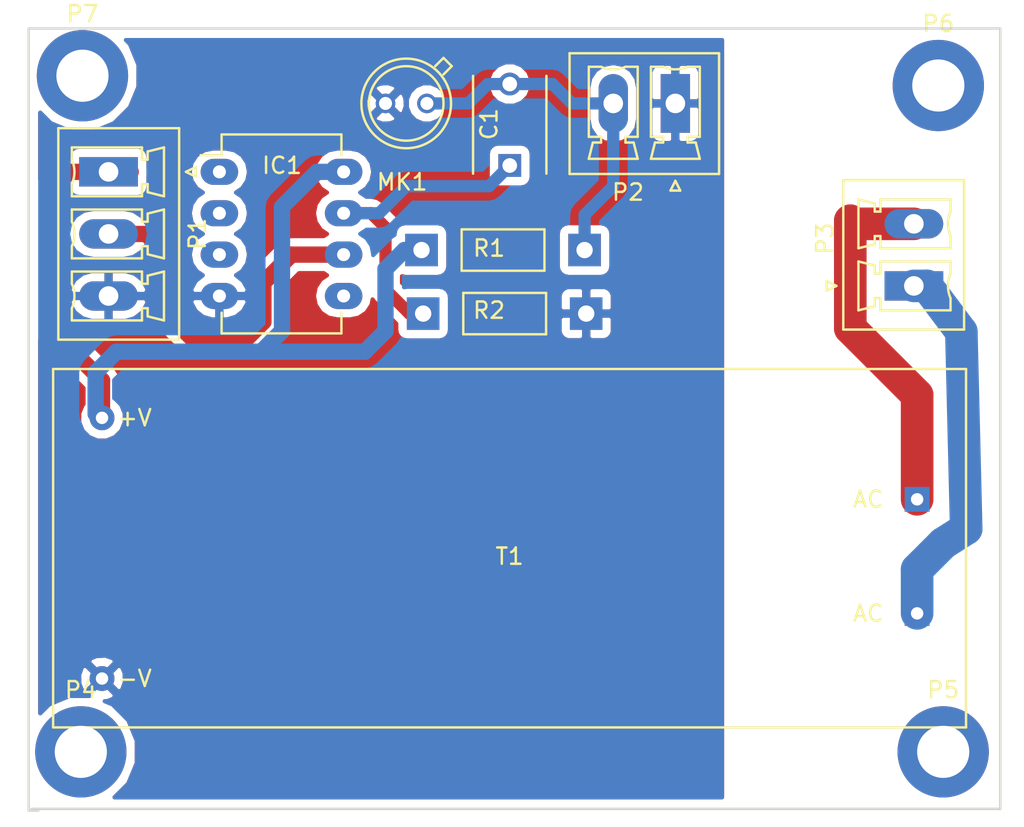
<source format=kicad_pcb>
(kicad_pcb (version 4) (host pcbnew 4.0.5+dfsg1-4)

  (general
    (links 16)
    (no_connects 0)
    (area 112.166667 95.125 175.133334 146.275)
    (thickness 1.6)
    (drawings 5)
    (tracks 60)
    (zones 0)
    (modules 13)
    (nets 16)
  )

  (page A4)
  (layers
    (0 F.Cu signal)
    (31 B.Cu signal)
    (32 B.Adhes user)
    (33 F.Adhes user)
    (34 B.Paste user)
    (35 F.Paste user)
    (36 B.SilkS user)
    (37 F.SilkS user)
    (38 B.Mask user)
    (39 F.Mask user)
    (40 Dwgs.User user)
    (41 Cmts.User user)
    (42 Eco1.User user)
    (43 Eco2.User user)
    (44 Edge.Cuts user)
    (45 Margin user)
    (46 B.CrtYd user)
    (47 F.CrtYd user)
    (48 B.Fab user)
    (49 F.Fab user)
  )

  (setup
    (last_trace_width 1)
    (user_trace_width 0.25)
    (user_trace_width 0.5)
    (user_trace_width 0.75)
    (user_trace_width 1)
    (user_trace_width 1.5)
    (user_trace_width 2)
    (trace_clearance 0.2)
    (zone_clearance 0.508)
    (zone_45_only yes)
    (trace_min 0.2)
    (segment_width 0.2)
    (edge_width 0.15)
    (via_size 0.6)
    (via_drill 0.4)
    (via_min_size 0.4)
    (via_min_drill 0.3)
    (uvia_size 0.3)
    (uvia_drill 0.1)
    (uvias_allowed no)
    (uvia_min_size 0.2)
    (uvia_min_drill 0.1)
    (pcb_text_width 0.3)
    (pcb_text_size 1.5 1.5)
    (mod_edge_width 0.15)
    (mod_text_size 1 1)
    (mod_text_width 0.15)
    (pad_size 1.524 1.524)
    (pad_drill 0.762)
    (pad_to_mask_clearance 0.2)
    (aux_axis_origin 0 0)
    (visible_elements FFFFFF7F)
    (pcbplotparams
      (layerselection 0x00030_80000001)
      (usegerberextensions false)
      (excludeedgelayer true)
      (linewidth 0.100000)
      (plotframeref false)
      (viasonmask false)
      (mode 1)
      (useauxorigin false)
      (hpglpennumber 1)
      (hpglpenspeed 20)
      (hpglpendiameter 15)
      (hpglpenoverlay 2)
      (psnegative false)
      (psa4output false)
      (plotreference true)
      (plotvalue true)
      (plotinvisibletext false)
      (padsonsilk false)
      (subtractmaskfromsilk false)
      (outputformat 1)
      (mirror false)
      (drillshape 1)
      (scaleselection 1)
      (outputdirectory ""))
  )

  (net 0 "")
  (net 1 "Net-(C1-Pad1)")
  (net 2 "Net-(C1-Pad2)")
  (net 3 "Net-(IC1-Pad1)")
  (net 4 "Net-(IC1-Pad2)")
  (net 5 "Net-(IC1-Pad3)")
  (net 6 GND)
  (net 7 "Net-(IC1-Pad5)")
  (net 8 "Net-(IC1-Pad6)")
  (net 9 +5V)
  (net 10 "Net-(P3-Pad1)")
  (net 11 "Net-(P3-Pad2)")
  (net 12 "Net-(P4-Pad1)")
  (net 13 "Net-(P5-Pad1)")
  (net 14 "Net-(P6-Pad1)")
  (net 15 "Net-(P7-Pad1)")

  (net_class Default "This is the default net class."
    (clearance 0.2)
    (trace_width 0.25)
    (via_dia 0.6)
    (via_drill 0.4)
    (uvia_dia 0.3)
    (uvia_drill 0.1)
    (add_net +5V)
    (add_net GND)
    (add_net "Net-(C1-Pad1)")
    (add_net "Net-(C1-Pad2)")
    (add_net "Net-(IC1-Pad1)")
    (add_net "Net-(IC1-Pad2)")
    (add_net "Net-(IC1-Pad3)")
    (add_net "Net-(IC1-Pad5)")
    (add_net "Net-(IC1-Pad6)")
    (add_net "Net-(P3-Pad1)")
    (add_net "Net-(P3-Pad2)")
    (add_net "Net-(P4-Pad1)")
    (add_net "Net-(P5-Pad1)")
    (add_net "Net-(P6-Pad1)")
    (add_net "Net-(P7-Pad1)")
  )

  (module Resistors_Universal:Resistor_SMD+THTuniversal_0805to1206_RM10_HandSoldering (layer F.Cu) (tedit 596C09E2) (tstamp 59654EA9)
    (at 143.2 114.5)
    (descr "Resistor, SMD and THT, universal, 0805 to 1206,RM10,  Hand soldering,")
    (tags "Resistor, SMD and THT, universal, 0805 to 1206, RM10, Hand soldering,")
    (path /5913DAD2)
    (fp_text reference R2 (at -0.96 -0.2) (layer F.SilkS)
      (effects (font (size 1 1) (thickness 0.15)))
    )
    (fp_text value 10k (at 1.58 -0.2) (layer F.Fab)
      (effects (font (size 1 1) (thickness 0.15)))
    )
    (fp_line (start -2.54 1.27) (end -2.54 -1.27) (layer F.SilkS) (width 0.15))
    (fp_line (start -2.54 -1.27) (end 2.54 -1.27) (layer F.SilkS) (width 0.15))
    (fp_line (start 2.54 -1.27) (end 2.54 1.27) (layer F.SilkS) (width 0.15))
    (fp_line (start 2.54 1.27) (end -2.54 1.27) (layer F.SilkS) (width 0.15))
    (pad 1 thru_hole rect (at -5.00126 0 180) (size 1.99898 1.99898) (drill 1.00076) (layers *.Cu *.Mask)
      (net 1 "Net-(C1-Pad1)"))
    (pad 2 thru_hole rect (at 5.00126 0 180) (size 1.99898 1.99898) (drill 1.00076) (layers *.Cu *.Mask)
      (net 6 GND))
  )

  (module Resistors_Universal:Resistor_SMD+THTuniversal_0805to1206_RM10_HandSoldering (layer F.Cu) (tedit 596C09D9) (tstamp 59654E9D)
    (at 143.1 110.6)
    (descr "Resistor, SMD and THT, universal, 0805 to 1206,RM10,  Hand soldering,")
    (tags "Resistor, SMD and THT, universal, 0805 to 1206, RM10, Hand soldering,")
    (path /5913D957)
    (fp_text reference R1 (at -0.86 -0.11) (layer F.SilkS)
      (effects (font (size 1 1) (thickness 0.15)))
    )
    (fp_text value 10k (at 1.68 -0.11) (layer F.Fab)
      (effects (font (size 1 1) (thickness 0.15)))
    )
    (fp_line (start -2.54 -1.27) (end -2.54 1.27) (layer F.SilkS) (width 0.15))
    (fp_line (start -2.54 1.27) (end 2.54 1.27) (layer F.SilkS) (width 0.15))
    (fp_line (start 2.54 1.27) (end 2.54 -1.27) (layer F.SilkS) (width 0.15))
    (fp_line (start 2.54 -1.27) (end -2.54 -1.27) (layer F.SilkS) (width 0.15))
    (pad 1 thru_hole rect (at -5.00126 0 180) (size 1.99898 1.99898) (drill 1.00076) (layers *.Cu *.Mask)
      (net 9 +5V))
    (pad 2 thru_hole rect (at 5.00126 0 180) (size 1.99898 1.99898) (drill 1.00076) (layers *.Cu *.Mask)
      (net 2 "Net-(C1-Pad2)"))
  )

  (module Capacitors_ThroughHole:C_Disc_D6_P5 (layer F.Cu) (tedit 596C09FD) (tstamp 59654E0C)
    (at 143.51 105.41 90)
    (descr "Capacitor 6mm Disc, Pitch 5mm")
    (tags Capacitor)
    (path /5913D9FE)
    (fp_text reference C1 (at 2.54 -1.27 90) (layer F.SilkS)
      (effects (font (size 1 1) (thickness 0.15)))
    )
    (fp_text value 0.1uF (at 2.54 1.27 90) (layer F.Fab)
      (effects (font (size 1 1) (thickness 0.15)))
    )
    (fp_line (start -0.95 -2.5) (end 5.95 -2.5) (layer F.CrtYd) (width 0.05))
    (fp_line (start 5.95 -2.5) (end 5.95 2.5) (layer F.CrtYd) (width 0.05))
    (fp_line (start 5.95 2.5) (end -0.95 2.5) (layer F.CrtYd) (width 0.05))
    (fp_line (start -0.95 2.5) (end -0.95 -2.5) (layer F.CrtYd) (width 0.05))
    (fp_line (start -0.5 -2.25) (end 5.5 -2.25) (layer F.SilkS) (width 0.15))
    (fp_line (start 5.5 2.25) (end -0.5 2.25) (layer F.SilkS) (width 0.15))
    (pad 1 thru_hole rect (at 0 0 90) (size 1.4 1.4) (drill 0.9) (layers *.Cu *.Mask)
      (net 1 "Net-(C1-Pad1)"))
    (pad 2 thru_hole circle (at 5 0 90) (size 1.4 1.4) (drill 0.9) (layers *.Cu *.Mask)
      (net 2 "Net-(C1-Pad2)"))
    (model Capacitors_ThroughHole.3dshapes/C_Disc_D6_P5.wrl
      (at (xyz 0.0984252 0 0))
      (scale (xyz 1 1 1))
      (rotate (xyz 0 0 0))
    )
  )

  (module Housings_DIP:DIP-8_W7.62mm_LongPads (layer F.Cu) (tedit 596C0D84) (tstamp 59654E23)
    (at 125.7 105.8)
    (descr "8-lead dip package, row spacing 7.62 mm (300 mils), longer pads")
    (tags "dil dip 2.54 300")
    (path /5913D8C0)
    (fp_text reference IC1 (at 3.84 -0.39) (layer F.SilkS)
      (effects (font (size 1 1) (thickness 0.15)))
    )
    (fp_text value ATTINY85-P (at 3.84 -2.93) (layer F.Fab)
      (effects (font (size 1 1) (thickness 0.15)))
    )
    (fp_line (start -1.4 -2.45) (end -1.4 10.1) (layer F.CrtYd) (width 0.05))
    (fp_line (start 9 -2.45) (end 9 10.1) (layer F.CrtYd) (width 0.05))
    (fp_line (start -1.4 -2.45) (end 9 -2.45) (layer F.CrtYd) (width 0.05))
    (fp_line (start -1.4 10.1) (end 9 10.1) (layer F.CrtYd) (width 0.05))
    (fp_line (start 0.135 -2.295) (end 0.135 -1.025) (layer F.SilkS) (width 0.15))
    (fp_line (start 7.485 -2.295) (end 7.485 -1.025) (layer F.SilkS) (width 0.15))
    (fp_line (start 7.485 9.915) (end 7.485 8.645) (layer F.SilkS) (width 0.15))
    (fp_line (start 0.135 9.915) (end 0.135 8.645) (layer F.SilkS) (width 0.15))
    (fp_line (start 0.135 -2.295) (end 7.485 -2.295) (layer F.SilkS) (width 0.15))
    (fp_line (start 0.135 9.915) (end 7.485 9.915) (layer F.SilkS) (width 0.15))
    (fp_line (start 0.135 -1.025) (end -1.15 -1.025) (layer F.SilkS) (width 0.15))
    (pad 1 thru_hole oval (at 0 0) (size 2.3 1.6) (drill 0.8) (layers *.Cu *.Mask)
      (net 3 "Net-(IC1-Pad1)"))
    (pad 2 thru_hole oval (at 0 2.54) (size 2.3 1.6) (drill 0.8) (layers *.Cu *.Mask)
      (net 4 "Net-(IC1-Pad2)"))
    (pad 3 thru_hole oval (at 0 5.08) (size 2.3 1.6) (drill 0.8) (layers *.Cu *.Mask)
      (net 5 "Net-(IC1-Pad3)"))
    (pad 4 thru_hole oval (at 0 7.62) (size 2.3 1.6) (drill 0.8) (layers *.Cu *.Mask)
      (net 6 GND))
    (pad 5 thru_hole oval (at 7.62 7.62) (size 2.3 1.6) (drill 0.8) (layers *.Cu *.Mask)
      (net 7 "Net-(IC1-Pad5)"))
    (pad 6 thru_hole oval (at 7.62 5.08) (size 2.3 1.6) (drill 0.8) (layers *.Cu *.Mask)
      (net 8 "Net-(IC1-Pad6)"))
    (pad 7 thru_hole oval (at 7.62 2.54) (size 2.3 1.6) (drill 0.8) (layers *.Cu *.Mask)
      (net 1 "Net-(C1-Pad1)"))
    (pad 8 thru_hole oval (at 7.62 0) (size 2.3 1.6) (drill 0.8) (layers *.Cu *.Mask)
      (net 9 +5V))
    (model Housings_DIP.3dshapes/DIP-8_W7.62mm_LongPads.wrl
      (at (xyz 0 0 0))
      (scale (xyz 1 1 1))
      (rotate (xyz 0 0 0))
    )
  )

  (module Connectors_Phoenix:PhoenixContact_MCV-G_03x3.81mm_Vertical (layer F.Cu) (tedit 5797DB13) (tstamp 59654E62)
    (at 118.9 105.8 270)
    (descr "Generic Phoenix Contact connector footprint for series: MCV-G; number of pins: 03; pin pitch: 3.81mm; Vertical || order number: 1803439 8A 160V")
    (tags "phoenix_contact connector MCV_01x03_G_3.81mm")
    (path /59633443)
    (fp_text reference P1 (at 3.81 -5.45 270) (layer F.SilkS)
      (effects (font (size 1 1) (thickness 0.15)))
    )
    (fp_text value CONN_01X03 (at 3.81 4.5 270) (layer F.Fab)
      (effects (font (size 1 1) (thickness 0.15)))
    )
    (fp_arc (start 0 3.95) (end -0.75 2.25) (angle 47.6) (layer F.SilkS) (width 0.15))
    (fp_arc (start 3.81 3.95) (end 3.06 2.25) (angle 47.6) (layer F.SilkS) (width 0.15))
    (fp_arc (start 7.62 3.95) (end 6.87 2.25) (angle 47.6) (layer F.SilkS) (width 0.15))
    (fp_line (start -2.68 -4.33) (end -2.68 3.08) (layer F.SilkS) (width 0.15))
    (fp_line (start -2.68 3.08) (end 10.3 3.08) (layer F.SilkS) (width 0.15))
    (fp_line (start 10.3 3.08) (end 10.3 -4.33) (layer F.SilkS) (width 0.15))
    (fp_line (start 10.3 -4.33) (end -2.68 -4.33) (layer F.SilkS) (width 0.15))
    (fp_line (start -0.75 2.25) (end -1.5 2.25) (layer F.SilkS) (width 0.15))
    (fp_line (start -1.5 2.25) (end -1.5 -2.05) (layer F.SilkS) (width 0.15))
    (fp_line (start -1.5 -2.05) (end -0.75 -2.05) (layer F.SilkS) (width 0.15))
    (fp_line (start -0.75 -2.05) (end -0.75 -2.4) (layer F.SilkS) (width 0.15))
    (fp_line (start -0.75 -2.4) (end -1.25 -2.4) (layer F.SilkS) (width 0.15))
    (fp_line (start -1.25 -2.4) (end -1.5 -3.4) (layer F.SilkS) (width 0.15))
    (fp_line (start -1.5 -3.4) (end 1.5 -3.4) (layer F.SilkS) (width 0.15))
    (fp_line (start 1.5 -3.4) (end 1.25 -2.4) (layer F.SilkS) (width 0.15))
    (fp_line (start 1.25 -2.4) (end 0.75 -2.4) (layer F.SilkS) (width 0.15))
    (fp_line (start 0.75 -2.4) (end 0.75 -2.05) (layer F.SilkS) (width 0.15))
    (fp_line (start 0.75 -2.05) (end 0.75 -2.05) (layer F.SilkS) (width 0.15))
    (fp_line (start 0.75 -2.05) (end 1.5 -2.05) (layer F.SilkS) (width 0.15))
    (fp_line (start 1.5 -2.05) (end 1.5 2.25) (layer F.SilkS) (width 0.15))
    (fp_line (start 1.5 2.25) (end 0.75 2.25) (layer F.SilkS) (width 0.15))
    (fp_line (start 3.06 2.25) (end 2.31 2.25) (layer F.SilkS) (width 0.15))
    (fp_line (start 2.31 2.25) (end 2.31 -2.05) (layer F.SilkS) (width 0.15))
    (fp_line (start 2.31 -2.05) (end 3.06 -2.05) (layer F.SilkS) (width 0.15))
    (fp_line (start 3.06 -2.05) (end 3.06 -2.4) (layer F.SilkS) (width 0.15))
    (fp_line (start 3.06 -2.4) (end 2.56 -2.4) (layer F.SilkS) (width 0.15))
    (fp_line (start 2.56 -2.4) (end 2.31 -3.4) (layer F.SilkS) (width 0.15))
    (fp_line (start 2.31 -3.4) (end 5.31 -3.4) (layer F.SilkS) (width 0.15))
    (fp_line (start 5.31 -3.4) (end 5.06 -2.4) (layer F.SilkS) (width 0.15))
    (fp_line (start 5.06 -2.4) (end 4.56 -2.4) (layer F.SilkS) (width 0.15))
    (fp_line (start 4.56 -2.4) (end 4.56 -2.05) (layer F.SilkS) (width 0.15))
    (fp_line (start 4.56 -2.05) (end 4.56 -2.05) (layer F.SilkS) (width 0.15))
    (fp_line (start 4.56 -2.05) (end 5.31 -2.05) (layer F.SilkS) (width 0.15))
    (fp_line (start 5.31 -2.05) (end 5.31 2.25) (layer F.SilkS) (width 0.15))
    (fp_line (start 5.31 2.25) (end 4.56 2.25) (layer F.SilkS) (width 0.15))
    (fp_line (start 6.87 2.25) (end 6.12 2.25) (layer F.SilkS) (width 0.15))
    (fp_line (start 6.12 2.25) (end 6.12 -2.05) (layer F.SilkS) (width 0.15))
    (fp_line (start 6.12 -2.05) (end 6.87 -2.05) (layer F.SilkS) (width 0.15))
    (fp_line (start 6.87 -2.05) (end 6.87 -2.4) (layer F.SilkS) (width 0.15))
    (fp_line (start 6.87 -2.4) (end 6.37 -2.4) (layer F.SilkS) (width 0.15))
    (fp_line (start 6.37 -2.4) (end 6.12 -3.4) (layer F.SilkS) (width 0.15))
    (fp_line (start 6.12 -3.4) (end 9.12 -3.4) (layer F.SilkS) (width 0.15))
    (fp_line (start 9.12 -3.4) (end 8.87 -2.4) (layer F.SilkS) (width 0.15))
    (fp_line (start 8.87 -2.4) (end 8.37 -2.4) (layer F.SilkS) (width 0.15))
    (fp_line (start 8.37 -2.4) (end 8.37 -2.05) (layer F.SilkS) (width 0.15))
    (fp_line (start 8.37 -2.05) (end 8.37 -2.05) (layer F.SilkS) (width 0.15))
    (fp_line (start 8.37 -2.05) (end 9.12 -2.05) (layer F.SilkS) (width 0.15))
    (fp_line (start 9.12 -2.05) (end 9.12 2.25) (layer F.SilkS) (width 0.15))
    (fp_line (start 9.12 2.25) (end 8.37 2.25) (layer F.SilkS) (width 0.15))
    (fp_line (start -3.1 -4.75) (end -3.1 3.5) (layer F.CrtYd) (width 0.05))
    (fp_line (start -3.1 3.5) (end 10.7 3.5) (layer F.CrtYd) (width 0.05))
    (fp_line (start 10.7 3.5) (end 10.7 -4.75) (layer F.CrtYd) (width 0.05))
    (fp_line (start 10.7 -4.75) (end -3.1 -4.75) (layer F.CrtYd) (width 0.05))
    (fp_line (start 0 -4.75) (end 0.3 -5.35) (layer F.SilkS) (width 0.15))
    (fp_line (start 0.3 -5.35) (end -0.3 -5.35) (layer F.SilkS) (width 0.15))
    (fp_line (start -0.3 -5.35) (end 0 -4.75) (layer F.SilkS) (width 0.15))
    (pad 1 thru_hole rect (at 0 0 270) (size 1.8 3.6) (drill 1.2) (layers *.Cu *.Mask)
      (net 9 +5V))
    (pad 2 thru_hole oval (at 3.81 0 270) (size 1.8 3.6) (drill 1.2) (layers *.Cu *.Mask)
      (net 8 "Net-(IC1-Pad6)"))
    (pad 3 thru_hole oval (at 7.62 0 270) (size 1.8 3.6) (drill 1.2) (layers *.Cu *.Mask)
      (net 6 GND))
    (model Connectors_Phoenix.3dshapes/PhoenixContact_MCV-G_03x3.81mm_Vertical.wrl
      (at (xyz 0 0 0))
      (scale (xyz 1 1 1))
      (rotate (xyz 0 0 0))
    )
  )

  (module Connectors_Phoenix:PhoenixContact_MCV-G_02x3.81mm_Vertical (layer F.Cu) (tedit 5797DB13) (tstamp 59654E91)
    (at 153.67 101.6 180)
    (descr "Generic Phoenix Contact connector footprint for series: MCV-G; number of pins: 02; pin pitch: 3.81mm; Vertical || order number: 1803426 8A 160V")
    (tags "phoenix_contact connector MCV_01x02_G_3.81mm")
    (path /5963355E)
    (fp_text reference P2 (at 2.905 -5.45 180) (layer F.SilkS)
      (effects (font (size 1 1) (thickness 0.15)))
    )
    (fp_text value CONN_01X02 (at 1.905 4.5 180) (layer F.Fab)
      (effects (font (size 1 1) (thickness 0.15)))
    )
    (fp_arc (start 0 3.95) (end -0.75 2.25) (angle 47.6) (layer F.SilkS) (width 0.15))
    (fp_arc (start 3.81 3.95) (end 3.06 2.25) (angle 47.6) (layer F.SilkS) (width 0.15))
    (fp_line (start -2.68 -4.33) (end -2.68 3.08) (layer F.SilkS) (width 0.15))
    (fp_line (start -2.68 3.08) (end 6.49 3.08) (layer F.SilkS) (width 0.15))
    (fp_line (start 6.49 3.08) (end 6.49 -4.33) (layer F.SilkS) (width 0.15))
    (fp_line (start 6.49 -4.33) (end -2.68 -4.33) (layer F.SilkS) (width 0.15))
    (fp_line (start -0.75 2.25) (end -1.5 2.25) (layer F.SilkS) (width 0.15))
    (fp_line (start -1.5 2.25) (end -1.5 -2.05) (layer F.SilkS) (width 0.15))
    (fp_line (start -1.5 -2.05) (end -0.75 -2.05) (layer F.SilkS) (width 0.15))
    (fp_line (start -0.75 -2.05) (end -0.75 -2.4) (layer F.SilkS) (width 0.15))
    (fp_line (start -0.75 -2.4) (end -1.25 -2.4) (layer F.SilkS) (width 0.15))
    (fp_line (start -1.25 -2.4) (end -1.5 -3.4) (layer F.SilkS) (width 0.15))
    (fp_line (start -1.5 -3.4) (end 1.5 -3.4) (layer F.SilkS) (width 0.15))
    (fp_line (start 1.5 -3.4) (end 1.25 -2.4) (layer F.SilkS) (width 0.15))
    (fp_line (start 1.25 -2.4) (end 0.75 -2.4) (layer F.SilkS) (width 0.15))
    (fp_line (start 0.75 -2.4) (end 0.75 -2.05) (layer F.SilkS) (width 0.15))
    (fp_line (start 0.75 -2.05) (end 0.75 -2.05) (layer F.SilkS) (width 0.15))
    (fp_line (start 0.75 -2.05) (end 1.5 -2.05) (layer F.SilkS) (width 0.15))
    (fp_line (start 1.5 -2.05) (end 1.5 2.25) (layer F.SilkS) (width 0.15))
    (fp_line (start 1.5 2.25) (end 0.75 2.25) (layer F.SilkS) (width 0.15))
    (fp_line (start 3.06 2.25) (end 2.31 2.25) (layer F.SilkS) (width 0.15))
    (fp_line (start 2.31 2.25) (end 2.31 -2.05) (layer F.SilkS) (width 0.15))
    (fp_line (start 2.31 -2.05) (end 3.06 -2.05) (layer F.SilkS) (width 0.15))
    (fp_line (start 3.06 -2.05) (end 3.06 -2.4) (layer F.SilkS) (width 0.15))
    (fp_line (start 3.06 -2.4) (end 2.56 -2.4) (layer F.SilkS) (width 0.15))
    (fp_line (start 2.56 -2.4) (end 2.31 -3.4) (layer F.SilkS) (width 0.15))
    (fp_line (start 2.31 -3.4) (end 5.31 -3.4) (layer F.SilkS) (width 0.15))
    (fp_line (start 5.31 -3.4) (end 5.06 -2.4) (layer F.SilkS) (width 0.15))
    (fp_line (start 5.06 -2.4) (end 4.56 -2.4) (layer F.SilkS) (width 0.15))
    (fp_line (start 4.56 -2.4) (end 4.56 -2.05) (layer F.SilkS) (width 0.15))
    (fp_line (start 4.56 -2.05) (end 4.56 -2.05) (layer F.SilkS) (width 0.15))
    (fp_line (start 4.56 -2.05) (end 5.31 -2.05) (layer F.SilkS) (width 0.15))
    (fp_line (start 5.31 -2.05) (end 5.31 2.25) (layer F.SilkS) (width 0.15))
    (fp_line (start 5.31 2.25) (end 4.56 2.25) (layer F.SilkS) (width 0.15))
    (fp_line (start -3.1 -4.75) (end -3.1 3.5) (layer F.CrtYd) (width 0.05))
    (fp_line (start -3.1 3.5) (end 6.9 3.5) (layer F.CrtYd) (width 0.05))
    (fp_line (start 6.9 3.5) (end 6.9 -4.75) (layer F.CrtYd) (width 0.05))
    (fp_line (start 6.9 -4.75) (end -3.1 -4.75) (layer F.CrtYd) (width 0.05))
    (fp_line (start 0 -4.75) (end 0.3 -5.35) (layer F.SilkS) (width 0.15))
    (fp_line (start 0.3 -5.35) (end -0.3 -5.35) (layer F.SilkS) (width 0.15))
    (fp_line (start -0.3 -5.35) (end 0 -4.75) (layer F.SilkS) (width 0.15))
    (pad 1 thru_hole rect (at 0 0 180) (size 1.8 3.6) (drill 1.2) (layers *.Cu *.Mask)
      (net 6 GND))
    (pad 2 thru_hole oval (at 3.81 0 180) (size 1.8 3.6) (drill 1.2) (layers *.Cu *.Mask)
      (net 2 "Net-(C1-Pad2)"))
    (model Connectors_Phoenix.3dshapes/PhoenixContact_MCV-G_02x3.81mm_Vertical.wrl
      (at (xyz 0 0 0))
      (scale (xyz 1 1 1))
      (rotate (xyz 0 0 0))
    )
  )

  (module TO_SOT_Packages_THT:TO-18_2Pin (layer F.Cu) (tedit 0) (tstamp 596605E8)
    (at 137.16 101.6 180)
    (descr "TO-18, 2Pin,")
    (tags "TO-18, 2Pin,")
    (path /5913DB6C)
    (fp_text reference MK1 (at 0.254 -4.826 180) (layer F.SilkS)
      (effects (font (size 1 1) (thickness 0.15)))
    )
    (fp_text value Microphone (at 0 4.826 180) (layer F.Fab)
      (effects (font (size 1 1) (thickness 0.15)))
    )
    (fp_line (start -2.794 2.286) (end -2.286 1.778) (layer F.SilkS) (width 0.15))
    (fp_line (start -1.778 2.286) (end -2.286 2.794) (layer F.SilkS) (width 0.15))
    (fp_line (start -2.286 2.794) (end -2.794 2.286) (layer F.SilkS) (width 0.15))
    (fp_circle (center 0 0) (end 2.286 0) (layer F.SilkS) (width 0.15))
    (fp_circle (center 0 0) (end 2.75 0) (layer F.SilkS) (width 0.15))
    (pad 2 thru_hole circle (at -1.27 0 180) (size 1.2 1.2) (drill 0.8) (layers *.Cu *.Mask)
      (net 2 "Net-(C1-Pad2)"))
    (pad 1 thru_hole circle (at 1.27 0 180) (size 1.2 1.2) (drill 0.8) (layers *.Cu *.Mask)
      (net 6 GND))
    (model TO_SOT_Packages_THT.3dshapes/TO-18_2Pin.wrl
      (at (xyz 0 0 0))
      (scale (xyz 0.3937 0.3937 0.3937))
      (rotate (xyz 0 0 0))
    )
  )

  (module Connectors_Phoenix:PhoenixContact_MCV-G_02x3.81mm_Vertical (layer F.Cu) (tedit 5797DB13) (tstamp 59660F1A)
    (at 168.3 112.8 90)
    (descr "Generic Phoenix Contact connector footprint for series: MCV-G; number of pins: 02; pin pitch: 3.81mm; Vertical || order number: 1803426 8A 160V")
    (tags "phoenix_contact connector MCV_01x02_G_3.81mm")
    (path /59634682)
    (fp_text reference P3 (at 2.905 -5.45 90) (layer F.SilkS)
      (effects (font (size 1 1) (thickness 0.15)))
    )
    (fp_text value CONN_01X02 (at 1.905 4.5 90) (layer F.Fab)
      (effects (font (size 1 1) (thickness 0.15)))
    )
    (fp_arc (start 0 3.95) (end -0.75 2.25) (angle 47.6) (layer F.SilkS) (width 0.15))
    (fp_arc (start 3.81 3.95) (end 3.06 2.25) (angle 47.6) (layer F.SilkS) (width 0.15))
    (fp_line (start -2.68 -4.33) (end -2.68 3.08) (layer F.SilkS) (width 0.15))
    (fp_line (start -2.68 3.08) (end 6.49 3.08) (layer F.SilkS) (width 0.15))
    (fp_line (start 6.49 3.08) (end 6.49 -4.33) (layer F.SilkS) (width 0.15))
    (fp_line (start 6.49 -4.33) (end -2.68 -4.33) (layer F.SilkS) (width 0.15))
    (fp_line (start -0.75 2.25) (end -1.5 2.25) (layer F.SilkS) (width 0.15))
    (fp_line (start -1.5 2.25) (end -1.5 -2.05) (layer F.SilkS) (width 0.15))
    (fp_line (start -1.5 -2.05) (end -0.75 -2.05) (layer F.SilkS) (width 0.15))
    (fp_line (start -0.75 -2.05) (end -0.75 -2.4) (layer F.SilkS) (width 0.15))
    (fp_line (start -0.75 -2.4) (end -1.25 -2.4) (layer F.SilkS) (width 0.15))
    (fp_line (start -1.25 -2.4) (end -1.5 -3.4) (layer F.SilkS) (width 0.15))
    (fp_line (start -1.5 -3.4) (end 1.5 -3.4) (layer F.SilkS) (width 0.15))
    (fp_line (start 1.5 -3.4) (end 1.25 -2.4) (layer F.SilkS) (width 0.15))
    (fp_line (start 1.25 -2.4) (end 0.75 -2.4) (layer F.SilkS) (width 0.15))
    (fp_line (start 0.75 -2.4) (end 0.75 -2.05) (layer F.SilkS) (width 0.15))
    (fp_line (start 0.75 -2.05) (end 0.75 -2.05) (layer F.SilkS) (width 0.15))
    (fp_line (start 0.75 -2.05) (end 1.5 -2.05) (layer F.SilkS) (width 0.15))
    (fp_line (start 1.5 -2.05) (end 1.5 2.25) (layer F.SilkS) (width 0.15))
    (fp_line (start 1.5 2.25) (end 0.75 2.25) (layer F.SilkS) (width 0.15))
    (fp_line (start 3.06 2.25) (end 2.31 2.25) (layer F.SilkS) (width 0.15))
    (fp_line (start 2.31 2.25) (end 2.31 -2.05) (layer F.SilkS) (width 0.15))
    (fp_line (start 2.31 -2.05) (end 3.06 -2.05) (layer F.SilkS) (width 0.15))
    (fp_line (start 3.06 -2.05) (end 3.06 -2.4) (layer F.SilkS) (width 0.15))
    (fp_line (start 3.06 -2.4) (end 2.56 -2.4) (layer F.SilkS) (width 0.15))
    (fp_line (start 2.56 -2.4) (end 2.31 -3.4) (layer F.SilkS) (width 0.15))
    (fp_line (start 2.31 -3.4) (end 5.31 -3.4) (layer F.SilkS) (width 0.15))
    (fp_line (start 5.31 -3.4) (end 5.06 -2.4) (layer F.SilkS) (width 0.15))
    (fp_line (start 5.06 -2.4) (end 4.56 -2.4) (layer F.SilkS) (width 0.15))
    (fp_line (start 4.56 -2.4) (end 4.56 -2.05) (layer F.SilkS) (width 0.15))
    (fp_line (start 4.56 -2.05) (end 4.56 -2.05) (layer F.SilkS) (width 0.15))
    (fp_line (start 4.56 -2.05) (end 5.31 -2.05) (layer F.SilkS) (width 0.15))
    (fp_line (start 5.31 -2.05) (end 5.31 2.25) (layer F.SilkS) (width 0.15))
    (fp_line (start 5.31 2.25) (end 4.56 2.25) (layer F.SilkS) (width 0.15))
    (fp_line (start -3.1 -4.75) (end -3.1 3.5) (layer F.CrtYd) (width 0.05))
    (fp_line (start -3.1 3.5) (end 6.9 3.5) (layer F.CrtYd) (width 0.05))
    (fp_line (start 6.9 3.5) (end 6.9 -4.75) (layer F.CrtYd) (width 0.05))
    (fp_line (start 6.9 -4.75) (end -3.1 -4.75) (layer F.CrtYd) (width 0.05))
    (fp_line (start 0 -4.75) (end 0.3 -5.35) (layer F.SilkS) (width 0.15))
    (fp_line (start 0.3 -5.35) (end -0.3 -5.35) (layer F.SilkS) (width 0.15))
    (fp_line (start -0.3 -5.35) (end 0 -4.75) (layer F.SilkS) (width 0.15))
    (pad 1 thru_hole rect (at 0 0 90) (size 1.8 3.6) (drill 1.2) (layers *.Cu *.Mask)
      (net 10 "Net-(P3-Pad1)"))
    (pad 2 thru_hole oval (at 3.81 0 90) (size 1.8 3.6) (drill 1.2) (layers *.Cu *.Mask)
      (net 11 "Net-(P3-Pad2)"))
    (model Connectors_Phoenix.3dshapes/PhoenixContact_MCV-G_02x3.81mm_Vertical.wrl
      (at (xyz 0 0 0))
      (scale (xyz 1 1 1))
      (rotate (xyz 0 0 0))
    )
  )

  (module TenstarRobot:TenstarRobot (layer F.Cu) (tedit 5963487C) (tstamp 59660F2A)
    (at 143.5 128.9)
    (path /59634495)
    (fp_text reference T1 (at 0 0.5) (layer F.SilkS)
      (effects (font (size 1 1) (thickness 0.15)))
    )
    (fp_text value Transformer_1P_1S (at 0 -0.5) (layer F.Fab)
      (effects (font (size 1 1) (thickness 0.15)))
    )
    (fp_text user -V (at -23 8) (layer F.SilkS)
      (effects (font (size 1 1) (thickness 0.15)))
    )
    (fp_text user +V (at -23 -8) (layer F.SilkS)
      (effects (font (size 1 1) (thickness 0.15)))
    )
    (fp_text user AC (at 22 4) (layer F.SilkS)
      (effects (font (size 1 1) (thickness 0.15)))
    )
    (fp_text user AC (at 22 -3) (layer F.SilkS)
      (effects (font (size 1 1) (thickness 0.15)))
    )
    (fp_line (start -28 11) (end -28 -11) (layer F.SilkS) (width 0.15))
    (fp_line (start -28 -11) (end 28 -11) (layer F.SilkS) (width 0.15))
    (fp_line (start 28 -11) (end 28 11) (layer F.SilkS) (width 0.15))
    (fp_line (start 28 11) (end -28 11) (layer F.SilkS) (width 0.15))
    (pad 1 thru_hole circle (at -25 -8) (size 1.524 1.524) (drill 0.762) (layers *.Cu *.Mask)
      (net 9 +5V))
    (pad 2 thru_hole circle (at -25 8) (size 1.524 1.524) (drill 0.762) (layers *.Cu *.Mask)
      (net 6 GND))
    (pad 3 thru_hole rect (at 25 -3) (size 1.524 1.524) (drill 0.762) (layers *.Cu *.Mask)
      (net 11 "Net-(P3-Pad2)"))
    (pad 4 thru_hole rect (at 25 4) (size 1.524 1.524) (drill 0.762) (layers *.Cu *.Mask)
      (net 10 "Net-(P3-Pad1)"))
  )

  (module Mounting_Holes:MountingHole_3.2mm_M3_DIN965_Pad (layer F.Cu) (tedit 56D1B4CB) (tstamp 5963561A)
    (at 117.2 141.4)
    (descr "Mounting Hole 3.2mm, M3, DIN965")
    (tags "mounting hole 3.2mm m3 din965")
    (path /5963531A)
    (fp_text reference P4 (at 0 -3.8) (layer F.SilkS)
      (effects (font (size 1 1) (thickness 0.15)))
    )
    (fp_text value CONN_01X01 (at 0 3.8) (layer F.Fab)
      (effects (font (size 1 1) (thickness 0.15)))
    )
    (fp_circle (center 0 0) (end 2.8 0) (layer Cmts.User) (width 0.15))
    (fp_circle (center 0 0) (end 3.05 0) (layer F.CrtYd) (width 0.05))
    (pad 1 thru_hole circle (at 0 0) (size 5.6 5.6) (drill 3.2) (layers *.Cu *.Mask)
      (net 12 "Net-(P4-Pad1)"))
  )

  (module Mounting_Holes:MountingHole_3.2mm_M3_DIN965_Pad (layer F.Cu) (tedit 56D1B4CB) (tstamp 59635621)
    (at 170.1 141.4)
    (descr "Mounting Hole 3.2mm, M3, DIN965")
    (tags "mounting hole 3.2mm m3 din965")
    (path /5963571E)
    (fp_text reference P5 (at 0 -3.8) (layer F.SilkS)
      (effects (font (size 1 1) (thickness 0.15)))
    )
    (fp_text value CONN_01X01 (at 0 3.8) (layer F.Fab)
      (effects (font (size 1 1) (thickness 0.15)))
    )
    (fp_circle (center 0 0) (end 2.8 0) (layer Cmts.User) (width 0.15))
    (fp_circle (center 0 0) (end 3.05 0) (layer F.CrtYd) (width 0.05))
    (pad 1 thru_hole circle (at 0 0) (size 5.6 5.6) (drill 3.2) (layers *.Cu *.Mask)
      (net 13 "Net-(P5-Pad1)"))
  )

  (module Mounting_Holes:MountingHole_3.2mm_M3_DIN965_Pad (layer F.Cu) (tedit 56D1B4CB) (tstamp 59635628)
    (at 169.8 100.5)
    (descr "Mounting Hole 3.2mm, M3, DIN965")
    (tags "mounting hole 3.2mm m3 din965")
    (path /5963575F)
    (fp_text reference P6 (at 0 -3.8) (layer F.SilkS)
      (effects (font (size 1 1) (thickness 0.15)))
    )
    (fp_text value CONN_01X01 (at 0 3.8) (layer F.Fab)
      (effects (font (size 1 1) (thickness 0.15)))
    )
    (fp_circle (center 0 0) (end 2.8 0) (layer Cmts.User) (width 0.15))
    (fp_circle (center 0 0) (end 3.05 0) (layer F.CrtYd) (width 0.05))
    (pad 1 thru_hole circle (at 0 0) (size 5.6 5.6) (drill 3.2) (layers *.Cu *.Mask)
      (net 14 "Net-(P6-Pad1)"))
  )

  (module Mounting_Holes:MountingHole_3.2mm_M3_DIN965_Pad (layer F.Cu) (tedit 596C0D96) (tstamp 5963562F)
    (at 117.3 99.9)
    (descr "Mounting Hole 3.2mm, M3, DIN965")
    (tags "mounting hole 3.2mm m3 din965")
    (path /5963579B)
    (fp_text reference P7 (at 0 -3.8) (layer F.SilkS)
      (effects (font (size 1 1) (thickness 0.15)))
    )
    (fp_text value CONN_01X01 (at 8.43 -0.84) (layer F.Fab)
      (effects (font (size 1 1) (thickness 0.15)))
    )
    (fp_circle (center 0 0) (end 2.8 0) (layer Cmts.User) (width 0.15))
    (fp_circle (center 0 0) (end 3.05 0) (layer F.CrtYd) (width 0.05))
    (pad 1 thru_hole circle (at 0 0) (size 5.6 5.6) (drill 3.2) (layers *.Cu *.Mask)
      (net 15 "Net-(P7-Pad1)"))
  )

  (gr_line (start 114 145) (end 114.6 145) (angle 90) (layer Edge.Cuts) (width 0.15))
  (gr_line (start 114 97) (end 114 145) (angle 90) (layer Edge.Cuts) (width 0.15))
  (gr_line (start 173.6 97) (end 114 97) (angle 90) (layer Edge.Cuts) (width 0.15))
  (gr_line (start 173.6 144.9) (end 173.6 97) (angle 90) (layer Edge.Cuts) (width 0.15))
  (gr_line (start 114.2 144.9) (end 173.6 144.9) (angle 90) (layer Edge.Cuts) (width 0.15))

  (segment (start 133.32 108.34) (end 135.5 108.34) (width 0.75) (layer B.Cu) (net 1) (status 400000))
  (segment (start 142.24 106.68) (end 143.51 105.41) (width 0.75) (layer B.Cu) (net 1) (tstamp 596C0980) (status 800000))
  (segment (start 137.16 106.68) (end 142.24 106.68) (width 0.75) (layer B.Cu) (net 1) (tstamp 596C097F))
  (segment (start 135.5 108.34) (end 137.16 106.68) (width 0.75) (layer B.Cu) (net 1) (tstamp 596C097E))
  (segment (start 138.19874 114.5) (end 137.36 114.5) (width 0.75) (layer F.Cu) (net 1))
  (segment (start 137.36 114.5) (end 135.89 113.03) (width 0.75) (layer F.Cu) (net 1) (tstamp 596C0832))
  (segment (start 135.01 108.34) (end 133.32 108.34) (width 0.75) (layer F.Cu) (net 1) (tstamp 596C0840))
  (segment (start 135.89 109.22) (end 135.01 108.34) (width 0.75) (layer F.Cu) (net 1) (tstamp 596C0838))
  (segment (start 135.89 113.03) (end 135.89 109.22) (width 0.75) (layer F.Cu) (net 1) (tstamp 596C0835))
  (segment (start 133.32 108.34) (end 134.24 108.34) (width 0.75) (layer B.Cu) (net 1))
  (segment (start 143.51 100.41) (end 142.16 100.41) (width 0.75) (layer B.Cu) (net 2) (status 400000))
  (segment (start 140.97 101.6) (end 138.43 101.6) (width 0.75) (layer B.Cu) (net 2) (tstamp 596C097B) (status 800000))
  (segment (start 142.16 100.41) (end 140.97 101.6) (width 0.75) (layer B.Cu) (net 2) (tstamp 596C097A))
  (segment (start 149.86 101.6) (end 147.32 101.6) (width 0.75) (layer B.Cu) (net 2) (status 400000))
  (segment (start 146.13 100.41) (end 143.51 100.41) (width 0.75) (layer B.Cu) (net 2) (tstamp 596C0977) (status 800000))
  (segment (start 147.32 101.6) (end 146.13 100.41) (width 0.75) (layer B.Cu) (net 2) (tstamp 596C0976))
  (segment (start 148.10126 110.6) (end 148.10126 108.43874) (width 0.75) (layer B.Cu) (net 2) (status 400000))
  (segment (start 149.86 106.68) (end 149.86 101.6) (width 0.75) (layer B.Cu) (net 2) (tstamp 596C0973) (status 800000))
  (segment (start 148.10126 108.43874) (end 149.86 106.68) (width 0.75) (layer B.Cu) (net 2) (tstamp 596C0972))
  (segment (start 133.32 110.88) (end 130.12 110.88) (width 1) (layer F.Cu) (net 8))
  (segment (start 121.21 109.61) (end 118.9 109.61) (width 1) (layer F.Cu) (net 8) (tstamp 59635AC0))
  (segment (start 122.8 111.2) (end 121.21 109.61) (width 1) (layer F.Cu) (net 8) (tstamp 59635ABD))
  (segment (start 122.8 114.8) (end 122.8 111.2) (width 1) (layer F.Cu) (net 8) (tstamp 59635ABB))
  (segment (start 124.1 116.1) (end 122.8 114.8) (width 1) (layer F.Cu) (net 8) (tstamp 59635ABA))
  (segment (start 127.3 116.1) (end 124.1 116.1) (width 1) (layer F.Cu) (net 8) (tstamp 59635AB7))
  (segment (start 128.4 115) (end 127.3 116.1) (width 1) (layer F.Cu) (net 8) (tstamp 59635AB6))
  (segment (start 128.4 112.6) (end 128.4 115) (width 1) (layer F.Cu) (net 8) (tstamp 59635AB5))
  (segment (start 130.12 110.88) (end 128.4 112.6) (width 1) (layer F.Cu) (net 8) (tstamp 59635AB1))
  (segment (start 138.09874 110.6) (end 137.05 110.6) (width 1) (layer B.Cu) (net 9) (status 400000))
  (segment (start 134.62 116.84) (end 128.27 116.84) (width 1) (layer B.Cu) (net 9) (tstamp 596C0CF4))
  (segment (start 135.89 115.57) (end 134.62 116.84) (width 1) (layer B.Cu) (net 9) (tstamp 596C0CF3))
  (segment (start 135.89 111.76) (end 135.89 115.57) (width 1) (layer B.Cu) (net 9) (tstamp 596C0CEE))
  (segment (start 137.05 110.6) (end 135.89 111.76) (width 1) (layer B.Cu) (net 9) (tstamp 596C0CED))
  (segment (start 128.27 116.84) (end 129.54 115.57) (width 1) (layer B.Cu) (net 9) (tstamp 596C0CF7))
  (segment (start 133.32 105.8) (end 131.69 105.8) (width 1) (layer B.Cu) (net 9) (status 400000))
  (segment (start 118.11 118.11) (end 118.11 120.65) (width 1) (layer B.Cu) (net 9) (tstamp 596C0CDF) (status 800000))
  (segment (start 119.38 116.84) (end 118.11 118.11) (width 1) (layer B.Cu) (net 9) (tstamp 596C0CD9))
  (segment (start 128.27 116.84) (end 119.38 116.84) (width 1) (layer B.Cu) (net 9) (tstamp 596C0CD6))
  (segment (start 129.54 115.57) (end 128.27 116.84) (width 1) (layer B.Cu) (net 9) (tstamp 596C0CD4))
  (segment (start 129.54 107.95) (end 129.54 115.57) (width 1) (layer B.Cu) (net 9) (tstamp 596C0CCD))
  (segment (start 131.69 105.8) (end 129.54 107.95) (width 1) (layer B.Cu) (net 9) (tstamp 596C0CC8))
  (segment (start 118.11 120.65) (end 118.5 120.9) (width 1) (layer B.Cu) (net 9) (tstamp 596C0CE2) (status C00000))
  (segment (start 118.99 105.8) (end 118.9 105.8) (width 1) (layer B.Cu) (net 9) (tstamp 596C0C70) (status C00000))
  (segment (start 120.26 105.8) (end 118.9 105.8) (width 1) (layer F.Cu) (net 9) (tstamp 596C080A))
  (segment (start 118.5 120.9) (end 118.5 118.6) (width 1) (layer F.Cu) (net 9))
  (segment (start 118.5 118.6) (end 115.8 115.9) (width 1) (layer F.Cu) (net 9) (tstamp 59635AC8))
  (segment (start 115.8 115.9) (end 115.8 106.5) (width 1) (layer F.Cu) (net 9) (tstamp 59635ACA))
  (segment (start 115.8 106.5) (end 116.5 105.8) (width 1) (layer F.Cu) (net 9) (tstamp 59635ACD))
  (segment (start 116.5 105.8) (end 118.9 105.8) (width 1) (layer F.Cu) (net 9) (tstamp 59635ACF))
  (segment (start 168.5 132.9) (end 168.5 130.2) (width 2) (layer B.Cu) (net 10))
  (segment (start 171.212497 115.615463) (end 169.1 112.8) (width 2) (layer B.Cu) (net 10) (tstamp 59635984))
  (segment (start 171.509648 127.705437) (end 171.212497 115.615463) (width 2) (layer B.Cu) (net 10) (tstamp 59635981))
  (segment (start 170.1 128.6) (end 171.509648 127.705437) (width 2) (layer B.Cu) (net 10) (tstamp 5963597E))
  (segment (start 168.5 130.2) (end 170.1 128.6) (width 2) (layer B.Cu) (net 10) (tstamp 5963597C))
  (segment (start 169.1 112.8) (end 168.3 112.8) (width 2) (layer B.Cu) (net 10) (tstamp 59635987))
  (segment (start 168.5 125.9) (end 168.5 119.5) (width 2) (layer F.Cu) (net 11))
  (segment (start 164.59 108.99) (end 168.3 108.99) (width 2) (layer F.Cu) (net 11) (tstamp 59635973))
  (segment (start 164.4 108.8) (end 164.59 108.99) (width 2) (layer F.Cu) (net 11) (tstamp 59635970))
  (segment (start 164.4 115.4) (end 164.4 108.8) (width 2) (layer F.Cu) (net 11) (tstamp 5963596C))
  (segment (start 168.5 119.5) (end 164.4 115.4) (width 2) (layer F.Cu) (net 11) (tstamp 59635968))

  (zone (net 6) (net_name GND) (layer B.Cu) (tstamp 59635464) (hatch edge 0.508)
    (connect_pads (clearance 0.508))
    (min_thickness 0.254)
    (fill yes (arc_segments 16) (thermal_gap 0.508) (thermal_bridge_width 0.508))
    (polygon
      (pts
        (xy 156.66 144.6) (xy 114.1 145.2) (xy 114.1 97.2) (xy 156.66 97.2)
      )
    )
    (filled_polygon
      (pts
        (xy 156.533 144.19) (xy 119.267195 144.19) (xy 120.110354 143.348312) (xy 120.634403 142.086261) (xy 120.635595 140.719734)
        (xy 120.11375 139.456771) (xy 119.148312 138.489646) (xy 118.668293 138.290325) (xy 118.847368 138.281362) (xy 119.231143 138.122397)
        (xy 119.300608 137.880213) (xy 118.5 137.079605) (xy 117.699392 137.880213) (xy 117.723842 137.965455) (xy 116.519734 137.964405)
        (xy 115.256771 138.48625) (xy 114.71 139.032067) (xy 114.71 136.692302) (xy 117.090856 136.692302) (xy 117.118638 137.247368)
        (xy 117.277603 137.631143) (xy 117.519787 137.700608) (xy 118.320395 136.9) (xy 118.679605 136.9) (xy 119.480213 137.700608)
        (xy 119.722397 137.631143) (xy 119.909144 137.107698) (xy 119.881362 136.552632) (xy 119.722397 136.168857) (xy 119.480213 136.099392)
        (xy 118.679605 136.9) (xy 118.320395 136.9) (xy 117.519787 136.099392) (xy 117.277603 136.168857) (xy 117.090856 136.692302)
        (xy 114.71 136.692302) (xy 114.71 135.919787) (xy 117.699392 135.919787) (xy 118.5 136.720395) (xy 119.300608 135.919787)
        (xy 119.231143 135.677603) (xy 118.707698 135.490856) (xy 118.152632 135.518638) (xy 117.768857 135.677603) (xy 117.699392 135.919787)
        (xy 114.71 135.919787) (xy 114.71 118.11) (xy 116.975 118.11) (xy 116.975 120.65) (xy 116.998891 120.770109)
        (xy 117.001219 120.892546) (xy 117.041674 120.985192) (xy 117.061397 121.084346) (xy 117.102785 121.146287) (xy 117.102758 121.176661)
        (xy 117.31499 121.690303) (xy 117.70763 122.083629) (xy 118.2209 122.296757) (xy 118.776661 122.297242) (xy 119.290303 122.08501)
        (xy 119.683629 121.69237) (xy 119.896757 121.1791) (xy 119.897242 120.623339) (xy 119.68501 120.109697) (xy 119.29237 119.716371)
        (xy 119.245 119.696701) (xy 119.245 118.580132) (xy 119.850132 117.975) (xy 134.62 117.975) (xy 135.054346 117.888603)
        (xy 135.422566 117.642566) (xy 136.692566 116.372566) (xy 136.851643 116.13449) (xy 136.899339 116.063109) (xy 136.94736 116.095921)
        (xy 137.19925 116.14693) (xy 139.19823 116.14693) (xy 139.433547 116.102652) (xy 139.649671 115.96358) (xy 139.794661 115.75138)
        (xy 139.84567 115.49949) (xy 139.84567 114.78575) (xy 146.56677 114.78575) (xy 146.56677 115.6258) (xy 146.663443 115.859189)
        (xy 146.842072 116.037817) (xy 147.075461 116.13449) (xy 147.91551 116.13449) (xy 148.07426 115.97574) (xy 148.07426 114.627)
        (xy 148.32826 114.627) (xy 148.32826 115.97574) (xy 148.48701 116.13449) (xy 149.327059 116.13449) (xy 149.560448 116.037817)
        (xy 149.739077 115.859189) (xy 149.83575 115.6258) (xy 149.83575 114.78575) (xy 149.677 114.627) (xy 148.32826 114.627)
        (xy 148.07426 114.627) (xy 146.72552 114.627) (xy 146.56677 114.78575) (xy 139.84567 114.78575) (xy 139.84567 113.50051)
        (xy 139.821904 113.3742) (xy 146.56677 113.3742) (xy 146.56677 114.21425) (xy 146.72552 114.373) (xy 148.07426 114.373)
        (xy 148.07426 113.02426) (xy 148.32826 113.02426) (xy 148.32826 114.373) (xy 149.677 114.373) (xy 149.83575 114.21425)
        (xy 149.83575 113.3742) (xy 149.739077 113.140811) (xy 149.560448 112.962183) (xy 149.327059 112.86551) (xy 148.48701 112.86551)
        (xy 148.32826 113.02426) (xy 148.07426 113.02426) (xy 147.91551 112.86551) (xy 147.075461 112.86551) (xy 146.842072 112.962183)
        (xy 146.663443 113.140811) (xy 146.56677 113.3742) (xy 139.821904 113.3742) (xy 139.801392 113.265193) (xy 139.66232 113.049069)
        (xy 139.45012 112.904079) (xy 139.19823 112.85307) (xy 137.19925 112.85307) (xy 137.025 112.885857) (xy 137.025 112.231894)
        (xy 137.09925 112.24693) (xy 139.09823 112.24693) (xy 139.333547 112.202652) (xy 139.549671 112.06358) (xy 139.694661 111.85138)
        (xy 139.74567 111.59949) (xy 139.74567 109.60051) (xy 139.701392 109.365193) (xy 139.56232 109.149069) (xy 139.35012 109.004079)
        (xy 139.09823 108.95307) (xy 137.09925 108.95307) (xy 136.863933 108.997348) (xy 136.647809 109.13642) (xy 136.502819 109.34862)
        (xy 136.45181 109.60051) (xy 136.45181 109.660874) (xy 136.281009 109.775) (xy 136.247434 109.797434) (xy 135.133788 110.91108)
        (xy 135.13997 110.88) (xy 135.030737 110.330849) (xy 134.719668 109.865302) (xy 134.337582 109.61) (xy 134.719668 109.354698)
        (xy 134.722807 109.35) (xy 135.5 109.35) (xy 135.88651 109.273118) (xy 136.214178 109.054178) (xy 137.578356 107.69)
        (xy 142.24 107.69) (xy 142.62651 107.613118) (xy 142.954178 107.394178) (xy 143.590916 106.75744) (xy 144.21 106.75744)
        (xy 144.445317 106.713162) (xy 144.661441 106.57409) (xy 144.806431 106.36189) (xy 144.85744 106.11) (xy 144.85744 104.71)
        (xy 144.813162 104.474683) (xy 144.67409 104.258559) (xy 144.46189 104.113569) (xy 144.21 104.06256) (xy 142.81 104.06256)
        (xy 142.574683 104.106838) (xy 142.358559 104.24591) (xy 142.213569 104.45811) (xy 142.16256 104.71) (xy 142.16256 105.329084)
        (xy 141.821644 105.67) (xy 137.160005 105.67) (xy 137.16 105.669999) (xy 136.77349 105.746882) (xy 136.445822 105.965822)
        (xy 135.081644 107.33) (xy 134.722807 107.33) (xy 134.719668 107.325302) (xy 134.337582 107.07) (xy 134.719668 106.814698)
        (xy 135.030737 106.349151) (xy 135.13997 105.8) (xy 135.030737 105.250849) (xy 134.719668 104.785302) (xy 134.254121 104.474233)
        (xy 133.70497 104.365) (xy 132.93503 104.365) (xy 132.385879 104.474233) (xy 132.100376 104.665) (xy 131.69 104.665)
        (xy 131.255654 104.751397) (xy 130.887434 104.997434) (xy 128.737434 107.147434) (xy 128.491397 107.515654) (xy 128.405 107.95)
        (xy 128.405 115.099868) (xy 127.799868 115.705) (xy 119.38 115.705) (xy 118.945654 115.791397) (xy 118.626955 116.004345)
        (xy 118.577434 116.037434) (xy 117.307434 117.307434) (xy 117.061397 117.675654) (xy 116.975 118.11) (xy 114.71 118.11)
        (xy 114.71 113.78474) (xy 116.508964 113.78474) (xy 116.533244 113.890086) (xy 116.824788 114.415606) (xy 117.295248 114.789554)
        (xy 117.873 114.955) (xy 118.773 114.955) (xy 118.773 113.547) (xy 119.027 113.547) (xy 119.027 114.955)
        (xy 119.927 114.955) (xy 120.504752 114.789554) (xy 120.975212 114.415606) (xy 121.266756 113.890086) (xy 121.291036 113.78474)
        (xy 121.283068 113.769039) (xy 123.958096 113.769039) (xy 123.975633 113.851819) (xy 124.2455 114.344896) (xy 124.683517 114.697166)
        (xy 125.223 114.855) (xy 125.573 114.855) (xy 125.573 113.547) (xy 125.827 113.547) (xy 125.827 114.855)
        (xy 126.177 114.855) (xy 126.716483 114.697166) (xy 127.1545 114.344896) (xy 127.424367 113.851819) (xy 127.441904 113.769039)
        (xy 127.319915 113.547) (xy 125.827 113.547) (xy 125.573 113.547) (xy 124.080085 113.547) (xy 123.958096 113.769039)
        (xy 121.283068 113.769039) (xy 121.170378 113.547) (xy 119.027 113.547) (xy 118.773 113.547) (xy 116.629622 113.547)
        (xy 116.508964 113.78474) (xy 114.71 113.78474) (xy 114.71 113.05526) (xy 116.508964 113.05526) (xy 116.629622 113.293)
        (xy 118.773 113.293) (xy 118.773 111.885) (xy 119.027 111.885) (xy 119.027 113.293) (xy 121.170378 113.293)
        (xy 121.291036 113.05526) (xy 121.266756 112.949914) (xy 120.975212 112.424394) (xy 120.504752 112.050446) (xy 119.927 111.885)
        (xy 119.027 111.885) (xy 118.773 111.885) (xy 117.873 111.885) (xy 117.295248 112.050446) (xy 116.824788 112.424394)
        (xy 116.533244 112.949914) (xy 116.508964 113.05526) (xy 114.71 113.05526) (xy 114.71 109.61) (xy 116.417296 109.61)
        (xy 116.534141 110.197419) (xy 116.866887 110.695409) (xy 117.364877 111.028155) (xy 117.952296 111.145) (xy 119.847704 111.145)
        (xy 120.435123 111.028155) (xy 120.933113 110.695409) (xy 121.265859 110.197419) (xy 121.382704 109.61) (xy 121.265859 109.022581)
        (xy 120.933113 108.524591) (xy 120.435123 108.191845) (xy 119.847704 108.075) (xy 117.952296 108.075) (xy 117.364877 108.191845)
        (xy 116.866887 108.524591) (xy 116.534141 109.022581) (xy 116.417296 109.61) (xy 114.71 109.61) (xy 114.71 104.9)
        (xy 116.45256 104.9) (xy 116.45256 106.7) (xy 116.496838 106.935317) (xy 116.63591 107.151441) (xy 116.84811 107.296431)
        (xy 117.1 107.34744) (xy 120.7 107.34744) (xy 120.935317 107.303162) (xy 121.151441 107.16409) (xy 121.296431 106.95189)
        (xy 121.34744 106.7) (xy 121.34744 105.8) (xy 123.88003 105.8) (xy 123.989263 106.349151) (xy 124.300332 106.814698)
        (xy 124.682418 107.07) (xy 124.300332 107.325302) (xy 123.989263 107.790849) (xy 123.88003 108.34) (xy 123.989263 108.889151)
        (xy 124.300332 109.354698) (xy 124.682418 109.61) (xy 124.300332 109.865302) (xy 123.989263 110.330849) (xy 123.88003 110.88)
        (xy 123.989263 111.429151) (xy 124.300332 111.894698) (xy 124.678151 112.147149) (xy 124.2455 112.495104) (xy 123.975633 112.988181)
        (xy 123.958096 113.070961) (xy 124.080085 113.293) (xy 125.573 113.293) (xy 125.573 113.273) (xy 125.827 113.273)
        (xy 125.827 113.293) (xy 127.319915 113.293) (xy 127.441904 113.070961) (xy 127.424367 112.988181) (xy 127.1545 112.495104)
        (xy 126.721849 112.147149) (xy 127.099668 111.894698) (xy 127.410737 111.429151) (xy 127.51997 110.88) (xy 127.410737 110.330849)
        (xy 127.099668 109.865302) (xy 126.717582 109.61) (xy 127.099668 109.354698) (xy 127.410737 108.889151) (xy 127.51997 108.34)
        (xy 127.410737 107.790849) (xy 127.099668 107.325302) (xy 126.717582 107.07) (xy 127.099668 106.814698) (xy 127.410737 106.349151)
        (xy 127.51997 105.8) (xy 127.410737 105.250849) (xy 127.099668 104.785302) (xy 126.634121 104.474233) (xy 126.08497 104.365)
        (xy 125.31503 104.365) (xy 124.765879 104.474233) (xy 124.300332 104.785302) (xy 123.989263 105.250849) (xy 123.88003 105.8)
        (xy 121.34744 105.8) (xy 121.34744 104.9) (xy 121.303162 104.664683) (xy 121.16409 104.448559) (xy 120.95189 104.303569)
        (xy 120.7 104.25256) (xy 117.1 104.25256) (xy 116.864683 104.296838) (xy 116.648559 104.43591) (xy 116.503569 104.64811)
        (xy 116.45256 104.9) (xy 114.71 104.9) (xy 114.71 102.167545) (xy 115.351688 102.810354) (xy 116.613739 103.334403)
        (xy 117.980266 103.335595) (xy 119.243229 102.81375) (xy 119.594857 102.462735) (xy 135.20687 102.462735) (xy 135.256383 102.688164)
        (xy 135.721036 102.847807) (xy 136.211413 102.817482) (xy 136.523617 102.688164) (xy 136.57313 102.462735) (xy 135.89 101.779605)
        (xy 135.20687 102.462735) (xy 119.594857 102.462735) (xy 120.210354 101.848312) (xy 120.383622 101.431036) (xy 134.642193 101.431036)
        (xy 134.672518 101.921413) (xy 134.801836 102.233617) (xy 135.027265 102.28313) (xy 135.710395 101.6) (xy 136.069605 101.6)
        (xy 136.752735 102.28313) (xy 136.978164 102.233617) (xy 137.111827 101.844579) (xy 137.194786 101.844579) (xy 137.382408 102.298657)
        (xy 137.729515 102.646371) (xy 138.183266 102.834785) (xy 138.674579 102.835214) (xy 139.128657 102.647592) (xy 139.166315 102.61)
        (xy 140.97 102.61) (xy 141.35651 102.533118) (xy 141.684178 102.314178) (xy 142.578356 101.42) (xy 142.631909 101.42)
        (xy 142.752796 101.541098) (xy 143.243287 101.744768) (xy 143.774383 101.745231) (xy 144.265229 101.542418) (xy 144.387861 101.42)
        (xy 145.711644 101.42) (xy 146.605822 102.314178) (xy 146.93349 102.533118) (xy 147.32 102.61) (xy 148.337391 102.61)
        (xy 148.441845 103.135123) (xy 148.774591 103.633113) (xy 148.85 103.6835) (xy 148.85 106.261644) (xy 147.387082 107.724562)
        (xy 147.168142 108.05223) (xy 147.09126 108.43874) (xy 147.09126 108.955048) (xy 146.866453 108.997348) (xy 146.650329 109.13642)
        (xy 146.505339 109.34862) (xy 146.45433 109.60051) (xy 146.45433 111.59949) (xy 146.498608 111.834807) (xy 146.63768 112.050931)
        (xy 146.84988 112.195921) (xy 147.10177 112.24693) (xy 149.10075 112.24693) (xy 149.336067 112.202652) (xy 149.552191 112.06358)
        (xy 149.697181 111.85138) (xy 149.74819 111.59949) (xy 149.74819 109.60051) (xy 149.703912 109.365193) (xy 149.56484 109.149069)
        (xy 149.35264 109.004079) (xy 149.11126 108.955198) (xy 149.11126 108.857096) (xy 150.574178 107.394178) (xy 150.793118 107.06651)
        (xy 150.87 106.68) (xy 150.87 103.6835) (xy 150.945409 103.633113) (xy 151.278155 103.135123) (xy 151.395 102.547704)
        (xy 151.395 101.88575) (xy 152.135 101.88575) (xy 152.135 103.52631) (xy 152.231673 103.759699) (xy 152.410302 103.938327)
        (xy 152.643691 104.035) (xy 153.38425 104.035) (xy 153.543 103.87625) (xy 153.543 101.727) (xy 153.797 101.727)
        (xy 153.797 103.87625) (xy 153.95575 104.035) (xy 154.696309 104.035) (xy 154.929698 103.938327) (xy 155.108327 103.759699)
        (xy 155.205 103.52631) (xy 155.205 101.88575) (xy 155.04625 101.727) (xy 153.797 101.727) (xy 153.543 101.727)
        (xy 152.29375 101.727) (xy 152.135 101.88575) (xy 151.395 101.88575) (xy 151.395 100.652296) (xy 151.278155 100.064877)
        (xy 151.016773 99.67369) (xy 152.135 99.67369) (xy 152.135 101.31425) (xy 152.29375 101.473) (xy 153.543 101.473)
        (xy 153.543 99.32375) (xy 153.797 99.32375) (xy 153.797 101.473) (xy 155.04625 101.473) (xy 155.205 101.31425)
        (xy 155.205 99.67369) (xy 155.108327 99.440301) (xy 154.929698 99.261673) (xy 154.696309 99.165) (xy 153.95575 99.165)
        (xy 153.797 99.32375) (xy 153.543 99.32375) (xy 153.38425 99.165) (xy 152.643691 99.165) (xy 152.410302 99.261673)
        (xy 152.231673 99.440301) (xy 152.135 99.67369) (xy 151.016773 99.67369) (xy 150.945409 99.566887) (xy 150.447419 99.234141)
        (xy 149.86 99.117296) (xy 149.272581 99.234141) (xy 148.774591 99.566887) (xy 148.441845 100.064877) (xy 148.337391 100.59)
        (xy 147.738356 100.59) (xy 146.844178 99.695822) (xy 146.51651 99.476882) (xy 146.13 99.4) (xy 144.388091 99.4)
        (xy 144.267204 99.278902) (xy 143.776713 99.075232) (xy 143.245617 99.074769) (xy 142.754771 99.277582) (xy 142.632139 99.4)
        (xy 142.16 99.4) (xy 141.77349 99.476882) (xy 141.445822 99.695822) (xy 140.551644 100.59) (xy 139.166793 100.59)
        (xy 139.130485 100.553629) (xy 138.676734 100.365215) (xy 138.185421 100.364786) (xy 137.731343 100.552408) (xy 137.383629 100.899515)
        (xy 137.195215 101.353266) (xy 137.194786 101.844579) (xy 137.111827 101.844579) (xy 137.137807 101.768964) (xy 137.107482 101.278587)
        (xy 136.978164 100.966383) (xy 136.752735 100.91687) (xy 136.069605 101.6) (xy 135.710395 101.6) (xy 135.027265 100.91687)
        (xy 134.801836 100.966383) (xy 134.642193 101.431036) (xy 120.383622 101.431036) (xy 120.6717 100.737265) (xy 135.20687 100.737265)
        (xy 135.89 101.420395) (xy 136.57313 100.737265) (xy 136.523617 100.511836) (xy 136.058964 100.352193) (xy 135.568587 100.382518)
        (xy 135.256383 100.511836) (xy 135.20687 100.737265) (xy 120.6717 100.737265) (xy 120.734403 100.586261) (xy 120.735595 99.219734)
        (xy 120.21375 97.956771) (xy 119.967409 97.71) (xy 156.533 97.71)
      )
    )
  )
  (zone (net 6) (net_name GND) (layer F.Cu) (tstamp 59635464) (hatch edge 0.508)
    (connect_pads (clearance 0.508))
    (min_thickness 0.254)
    (fill yes (arc_segments 16) (thermal_gap 0.508) (thermal_bridge_width 0.508))
    (polygon
      (pts
        (xy 114.1 97.2) (xy 114.1 145.2) (xy 156.66 144.6) (xy 156.66 97.2)
      )
    )
    (filled_polygon
      (pts
        (xy 156.533 144.19) (xy 119.267195 144.19) (xy 120.110354 143.348312) (xy 120.634403 142.086261) (xy 120.635595 140.719734)
        (xy 120.11375 139.456771) (xy 119.148312 138.489646) (xy 118.668293 138.290325) (xy 118.847368 138.281362) (xy 119.231143 138.122397)
        (xy 119.300608 137.880213) (xy 118.5 137.079605) (xy 117.699392 137.880213) (xy 117.723842 137.965455) (xy 116.519734 137.964405)
        (xy 115.256771 138.48625) (xy 114.71 139.032067) (xy 114.71 136.692302) (xy 117.090856 136.692302) (xy 117.118638 137.247368)
        (xy 117.277603 137.631143) (xy 117.519787 137.700608) (xy 118.320395 136.9) (xy 118.679605 136.9) (xy 119.480213 137.700608)
        (xy 119.722397 137.631143) (xy 119.909144 137.107698) (xy 119.881362 136.552632) (xy 119.722397 136.168857) (xy 119.480213 136.099392)
        (xy 118.679605 136.9) (xy 118.320395 136.9) (xy 117.519787 136.099392) (xy 117.277603 136.168857) (xy 117.090856 136.692302)
        (xy 114.71 136.692302) (xy 114.71 135.919787) (xy 117.699392 135.919787) (xy 118.5 136.720395) (xy 119.300608 135.919787)
        (xy 119.231143 135.677603) (xy 118.707698 135.490856) (xy 118.152632 135.518638) (xy 117.768857 135.677603) (xy 117.699392 135.919787)
        (xy 114.71 135.919787) (xy 114.71 116.12623) (xy 114.751397 116.334346) (xy 114.885033 116.534346) (xy 114.997434 116.702566)
        (xy 117.365 119.070132) (xy 117.365 120.059086) (xy 117.316371 120.10763) (xy 117.103243 120.6209) (xy 117.102758 121.176661)
        (xy 117.31499 121.690303) (xy 117.70763 122.083629) (xy 118.2209 122.296757) (xy 118.776661 122.297242) (xy 119.290303 122.08501)
        (xy 119.683629 121.69237) (xy 119.896757 121.1791) (xy 119.897242 120.623339) (xy 119.68501 120.109697) (xy 119.635 120.0596)
        (xy 119.635 118.6) (xy 119.548604 118.165655) (xy 119.302566 117.797434) (xy 116.935 115.429868) (xy 116.935 114.503209)
        (xy 117.295248 114.789554) (xy 117.873 114.955) (xy 118.773 114.955) (xy 118.773 113.547) (xy 119.027 113.547)
        (xy 119.027 114.955) (xy 119.927 114.955) (xy 120.504752 114.789554) (xy 120.975212 114.415606) (xy 121.266756 113.890086)
        (xy 121.291036 113.78474) (xy 121.170378 113.547) (xy 119.027 113.547) (xy 118.773 113.547) (xy 118.753 113.547)
        (xy 118.753 113.293) (xy 118.773 113.293) (xy 118.773 111.885) (xy 119.027 111.885) (xy 119.027 113.293)
        (xy 121.170378 113.293) (xy 121.291036 113.05526) (xy 121.266756 112.949914) (xy 120.975212 112.424394) (xy 120.504752 112.050446)
        (xy 119.927 111.885) (xy 119.027 111.885) (xy 118.773 111.885) (xy 117.873 111.885) (xy 117.295248 112.050446)
        (xy 116.935 112.336791) (xy 116.935 110.740921) (xy 117.364877 111.028155) (xy 117.952296 111.145) (xy 119.847704 111.145)
        (xy 120.435123 111.028155) (xy 120.787543 110.792676) (xy 121.665 111.670133) (xy 121.665 114.8) (xy 121.751397 115.234346)
        (xy 121.885033 115.434346) (xy 121.997434 115.602566) (xy 123.297434 116.902566) (xy 123.665655 117.148604) (xy 124.1 117.235)
        (xy 127.3 117.235) (xy 127.734346 117.148603) (xy 128.102566 116.902566) (xy 129.202566 115.802566) (xy 129.336202 115.602566)
        (xy 129.448603 115.434346) (xy 129.535 115) (xy 129.535 113.070132) (xy 130.590132 112.015) (xy 132.100376 112.015)
        (xy 132.302418 112.15) (xy 131.920332 112.405302) (xy 131.609263 112.870849) (xy 131.50003 113.42) (xy 131.609263 113.969151)
        (xy 131.920332 114.434698) (xy 132.385879 114.745767) (xy 132.93503 114.855) (xy 133.70497 114.855) (xy 134.254121 114.745767)
        (xy 134.719668 114.434698) (xy 135.030737 113.969151) (xy 135.098504 113.628463) (xy 135.175822 113.744178) (xy 136.55181 115.120166)
        (xy 136.55181 115.49949) (xy 136.596088 115.734807) (xy 136.73516 115.950931) (xy 136.94736 116.095921) (xy 137.19925 116.14693)
        (xy 139.19823 116.14693) (xy 139.433547 116.102652) (xy 139.649671 115.96358) (xy 139.794661 115.75138) (xy 139.84567 115.49949)
        (xy 139.84567 114.78575) (xy 146.56677 114.78575) (xy 146.56677 115.6258) (xy 146.663443 115.859189) (xy 146.842072 116.037817)
        (xy 147.075461 116.13449) (xy 147.91551 116.13449) (xy 148.07426 115.97574) (xy 148.07426 114.627) (xy 148.32826 114.627)
        (xy 148.32826 115.97574) (xy 148.48701 116.13449) (xy 149.327059 116.13449) (xy 149.560448 116.037817) (xy 149.739077 115.859189)
        (xy 149.83575 115.6258) (xy 149.83575 114.78575) (xy 149.677 114.627) (xy 148.32826 114.627) (xy 148.07426 114.627)
        (xy 146.72552 114.627) (xy 146.56677 114.78575) (xy 139.84567 114.78575) (xy 139.84567 113.50051) (xy 139.821904 113.3742)
        (xy 146.56677 113.3742) (xy 146.56677 114.21425) (xy 146.72552 114.373) (xy 148.07426 114.373) (xy 148.07426 113.02426)
        (xy 148.32826 113.02426) (xy 148.32826 114.373) (xy 149.677 114.373) (xy 149.83575 114.21425) (xy 149.83575 113.3742)
        (xy 149.739077 113.140811) (xy 149.560448 112.962183) (xy 149.327059 112.86551) (xy 148.48701 112.86551) (xy 148.32826 113.02426)
        (xy 148.07426 113.02426) (xy 147.91551 112.86551) (xy 147.075461 112.86551) (xy 146.842072 112.962183) (xy 146.663443 113.140811)
        (xy 146.56677 113.3742) (xy 139.821904 113.3742) (xy 139.801392 113.265193) (xy 139.66232 113.049069) (xy 139.45012 112.904079)
        (xy 139.19823 112.85307) (xy 137.19925 112.85307) (xy 137.150583 112.862227) (xy 136.9 112.611644) (xy 136.9 112.206581)
        (xy 137.09925 112.24693) (xy 139.09823 112.24693) (xy 139.333547 112.202652) (xy 139.549671 112.06358) (xy 139.694661 111.85138)
        (xy 139.74567 111.59949) (xy 139.74567 109.60051) (xy 146.45433 109.60051) (xy 146.45433 111.59949) (xy 146.498608 111.834807)
        (xy 146.63768 112.050931) (xy 146.84988 112.195921) (xy 147.10177 112.24693) (xy 149.10075 112.24693) (xy 149.336067 112.202652)
        (xy 149.552191 112.06358) (xy 149.697181 111.85138) (xy 149.74819 111.59949) (xy 149.74819 109.60051) (xy 149.703912 109.365193)
        (xy 149.56484 109.149069) (xy 149.35264 109.004079) (xy 149.10075 108.95307) (xy 147.10177 108.95307) (xy 146.866453 108.997348)
        (xy 146.650329 109.13642) (xy 146.505339 109.34862) (xy 146.45433 109.60051) (xy 139.74567 109.60051) (xy 139.701392 109.365193)
        (xy 139.56232 109.149069) (xy 139.35012 109.004079) (xy 139.09823 108.95307) (xy 137.09925 108.95307) (xy 136.863933 108.997348)
        (xy 136.856644 109.002038) (xy 136.823118 108.83349) (xy 136.604178 108.505822) (xy 135.724178 107.625822) (xy 135.39651 107.406882)
        (xy 135.01 107.33) (xy 134.722807 107.33) (xy 134.719668 107.325302) (xy 134.337582 107.07) (xy 134.719668 106.814698)
        (xy 135.030737 106.349151) (xy 135.13997 105.8) (xy 135.030737 105.250849) (xy 134.719668 104.785302) (xy 134.606971 104.71)
        (xy 142.16256 104.71) (xy 142.16256 106.11) (xy 142.206838 106.345317) (xy 142.34591 106.561441) (xy 142.55811 106.706431)
        (xy 142.81 106.75744) (xy 144.21 106.75744) (xy 144.445317 106.713162) (xy 144.661441 106.57409) (xy 144.806431 106.36189)
        (xy 144.85744 106.11) (xy 144.85744 104.71) (xy 144.813162 104.474683) (xy 144.67409 104.258559) (xy 144.46189 104.113569)
        (xy 144.21 104.06256) (xy 142.81 104.06256) (xy 142.574683 104.106838) (xy 142.358559 104.24591) (xy 142.213569 104.45811)
        (xy 142.16256 104.71) (xy 134.606971 104.71) (xy 134.254121 104.474233) (xy 133.70497 104.365) (xy 132.93503 104.365)
        (xy 132.385879 104.474233) (xy 131.920332 104.785302) (xy 131.609263 105.250849) (xy 131.50003 105.8) (xy 131.609263 106.349151)
        (xy 131.920332 106.814698) (xy 132.302418 107.07) (xy 131.920332 107.325302) (xy 131.609263 107.790849) (xy 131.50003 108.34)
        (xy 131.609263 108.889151) (xy 131.920332 109.354698) (xy 132.302418 109.61) (xy 132.100376 109.745) (xy 130.12 109.745)
        (xy 129.685654 109.831397) (xy 129.317434 110.077434) (xy 127.597434 111.797434) (xy 127.351397 112.165654) (xy 127.265 112.6)
        (xy 127.265 112.697) (xy 127.1545 112.495104) (xy 126.721849 112.147149) (xy 127.099668 111.894698) (xy 127.410737 111.429151)
        (xy 127.51997 110.88) (xy 127.410737 110.330849) (xy 127.099668 109.865302) (xy 126.717582 109.61) (xy 127.099668 109.354698)
        (xy 127.410737 108.889151) (xy 127.51997 108.34) (xy 127.410737 107.790849) (xy 127.099668 107.325302) (xy 126.717582 107.07)
        (xy 127.099668 106.814698) (xy 127.410737 106.349151) (xy 127.51997 105.8) (xy 127.410737 105.250849) (xy 127.099668 104.785302)
        (xy 126.634121 104.474233) (xy 126.08497 104.365) (xy 125.31503 104.365) (xy 124.765879 104.474233) (xy 124.300332 104.785302)
        (xy 123.989263 105.250849) (xy 123.88003 105.8) (xy 123.989263 106.349151) (xy 124.300332 106.814698) (xy 124.682418 107.07)
        (xy 124.300332 107.325302) (xy 123.989263 107.790849) (xy 123.88003 108.34) (xy 123.989263 108.889151) (xy 124.300332 109.354698)
        (xy 124.682418 109.61) (xy 124.300332 109.865302) (xy 123.989263 110.330849) (xy 123.88003 110.88) (xy 123.989263 111.429151)
        (xy 124.300332 111.894698) (xy 124.678151 112.147149) (xy 124.2455 112.495104) (xy 123.975633 112.988181) (xy 123.958096 113.070961)
        (xy 124.080084 113.292998) (xy 123.935 113.292998) (xy 123.935 111.2) (xy 123.871348 110.88) (xy 123.848604 110.765655)
        (xy 123.602567 110.397434) (xy 122.012566 108.807434) (xy 121.644346 108.561397) (xy 121.21 108.475) (xy 120.858895 108.475)
        (xy 120.435123 108.191845) (xy 119.847704 108.075) (xy 117.952296 108.075) (xy 117.364877 108.191845) (xy 116.935 108.479079)
        (xy 116.935 107.314027) (xy 117.1 107.34744) (xy 120.7 107.34744) (xy 120.935317 107.303162) (xy 121.151441 107.16409)
        (xy 121.296431 106.95189) (xy 121.34744 106.7) (xy 121.34744 106.0391) (xy 121.395 105.8) (xy 121.34744 105.5609)
        (xy 121.34744 104.9) (xy 121.303162 104.664683) (xy 121.16409 104.448559) (xy 120.95189 104.303569) (xy 120.7 104.25256)
        (xy 117.1 104.25256) (xy 116.864683 104.296838) (xy 116.648559 104.43591) (xy 116.503569 104.64811) (xy 116.500149 104.665)
        (xy 116.5 104.665) (xy 116.065654 104.751397) (xy 115.697433 104.997434) (xy 114.997434 105.697434) (xy 114.751397 106.065654)
        (xy 114.71 106.27377) (xy 114.71 102.167545) (xy 115.351688 102.810354) (xy 116.613739 103.334403) (xy 117.980266 103.335595)
        (xy 119.243229 102.81375) (xy 119.594857 102.462735) (xy 135.20687 102.462735) (xy 135.256383 102.688164) (xy 135.721036 102.847807)
        (xy 136.211413 102.817482) (xy 136.523617 102.688164) (xy 136.57313 102.462735) (xy 135.89 101.779605) (xy 135.20687 102.462735)
        (xy 119.594857 102.462735) (xy 120.210354 101.848312) (xy 120.383622 101.431036) (xy 134.642193 101.431036) (xy 134.672518 101.921413)
        (xy 134.801836 102.233617) (xy 135.027265 102.28313) (xy 135.710395 101.6) (xy 136.069605 101.6) (xy 136.752735 102.28313)
        (xy 136.978164 102.233617) (xy 137.111827 101.844579) (xy 137.194786 101.844579) (xy 137.382408 102.298657) (xy 137.729515 102.646371)
        (xy 138.183266 102.834785) (xy 138.674579 102.835214) (xy 139.128657 102.647592) (xy 139.476371 102.300485) (xy 139.664785 101.846734)
        (xy 139.665214 101.355421) (xy 139.477592 100.901343) (xy 139.251029 100.674383) (xy 142.174769 100.674383) (xy 142.377582 101.165229)
        (xy 142.752796 101.541098) (xy 143.243287 101.744768) (xy 143.774383 101.745231) (xy 144.265229 101.542418) (xy 144.641098 101.167204)
        (xy 144.844768 100.676713) (xy 144.844789 100.652296) (xy 148.325 100.652296) (xy 148.325 102.547704) (xy 148.441845 103.135123)
        (xy 148.774591 103.633113) (xy 149.272581 103.965859) (xy 149.86 104.082704) (xy 150.447419 103.965859) (xy 150.945409 103.633113)
        (xy 151.278155 103.135123) (xy 151.395 102.547704) (xy 151.395 101.88575) (xy 152.135 101.88575) (xy 152.135 103.52631)
        (xy 152.231673 103.759699) (xy 152.410302 103.938327) (xy 152.643691 104.035) (xy 153.38425 104.035) (xy 153.543 103.87625)
        (xy 153.543 101.727) (xy 153.797 101.727) (xy 153.797 103.87625) (xy 153.95575 104.035) (xy 154.696309 104.035)
        (xy 154.929698 103.938327) (xy 155.108327 103.759699) (xy 155.205 103.52631) (xy 155.205 101.88575) (xy 155.04625 101.727)
        (xy 153.797 101.727) (xy 153.543 101.727) (xy 152.29375 101.727) (xy 152.135 101.88575) (xy 151.395 101.88575)
        (xy 151.395 100.652296) (xy 151.278155 100.064877) (xy 151.016773 99.67369) (xy 152.135 99.67369) (xy 152.135 101.31425)
        (xy 152.29375 101.473) (xy 153.543 101.473) (xy 153.543 99.32375) (xy 153.797 99.32375) (xy 153.797 101.473)
        (xy 155.04625 101.473) (xy 155.205 101.31425) (xy 155.205 99.67369) (xy 155.108327 99.440301) (xy 154.929698 99.261673)
        (xy 154.696309 99.165) (xy 153.95575 99.165) (xy 153.797 99.32375) (xy 153.543 99.32375) (xy 153.38425 99.165)
        (xy 152.643691 99.165) (xy 152.410302 99.261673) (xy 152.231673 99.440301) (xy 152.135 99.67369) (xy 151.016773 99.67369)
        (xy 150.945409 99.566887) (xy 150.447419 99.234141) (xy 149.86 99.117296) (xy 149.272581 99.234141) (xy 148.774591 99.566887)
        (xy 148.441845 100.064877) (xy 148.325 100.652296) (xy 144.844789 100.652296) (xy 144.845231 100.145617) (xy 144.642418 99.654771)
        (xy 144.267204 99.278902) (xy 143.776713 99.075232) (xy 143.245617 99.074769) (xy 142.754771 99.277582) (xy 142.378902 99.652796)
        (xy 142.175232 100.143287) (xy 142.174769 100.674383) (xy 139.251029 100.674383) (xy 139.130485 100.553629) (xy 138.676734 100.365215)
        (xy 138.185421 100.364786) (xy 137.731343 100.552408) (xy 137.383629 100.899515) (xy 137.195215 101.353266) (xy 137.194786 101.844579)
        (xy 137.111827 101.844579) (xy 137.137807 101.768964) (xy 137.107482 101.278587) (xy 136.978164 100.966383) (xy 136.752735 100.91687)
        (xy 136.069605 101.6) (xy 135.710395 101.6) (xy 135.027265 100.91687) (xy 134.801836 100.966383) (xy 134.642193 101.431036)
        (xy 120.383622 101.431036) (xy 120.6717 100.737265) (xy 135.20687 100.737265) (xy 135.89 101.420395) (xy 136.57313 100.737265)
        (xy 136.523617 100.511836) (xy 136.058964 100.352193) (xy 135.568587 100.382518) (xy 135.256383 100.511836) (xy 135.20687 100.737265)
        (xy 120.6717 100.737265) (xy 120.734403 100.586261) (xy 120.735595 99.219734) (xy 120.21375 97.956771) (xy 119.967409 97.71)
        (xy 156.533 97.71)
      )
    )
    (filled_polygon
      (pts
        (xy 125.827 113.293) (xy 125.847 113.293) (xy 125.847 113.547) (xy 125.827 113.547) (xy 125.827 114.855)
        (xy 126.177 114.855) (xy 126.716483 114.697166) (xy 127.1545 114.344896) (xy 127.265 114.143) (xy 127.265 114.529868)
        (xy 126.829868 114.965) (xy 124.570132 114.965) (xy 123.935 114.329868) (xy 123.935 113.547002) (xy 124.080084 113.547002)
        (xy 123.958096 113.769039) (xy 123.975633 113.851819) (xy 124.2455 114.344896) (xy 124.683517 114.697166) (xy 125.223 114.855)
        (xy 125.573 114.855) (xy 125.573 113.547) (xy 125.553 113.547) (xy 125.553 113.293) (xy 125.573 113.293)
        (xy 125.573 113.273) (xy 125.827 113.273)
      )
    )
  )
  (zone (net 6) (net_name GND) (layer B.Cu) (tstamp 59635793) (hatch edge 0.508)
    (connect_pads (clearance 0.508))
    (min_thickness 0.254)
    (fill yes (arc_segments 16) (thermal_gap 0.508) (thermal_bridge_width 0.508))
    (polygon
      (pts
        (xy 163.3 103.9) (xy 163.3 138.6) (xy 172.7 138.6) (xy 172.7 103.9)
      )
    )
  )
  (zone (net 9) (net_name +5V) (layer F.Cu) (tstamp 59635793) (hatch edge 0.508)
    (connect_pads (clearance 0.508))
    (min_thickness 0.254)
    (fill yes (arc_segments 16) (thermal_gap 0.508) (thermal_bridge_width 0.508))
    (polygon
      (pts
        (xy 163.3 103.9) (xy 163.3 138.6) (xy 172.7 138.6) (xy 172.7 103.9)
      )
    )
  )
)

</source>
